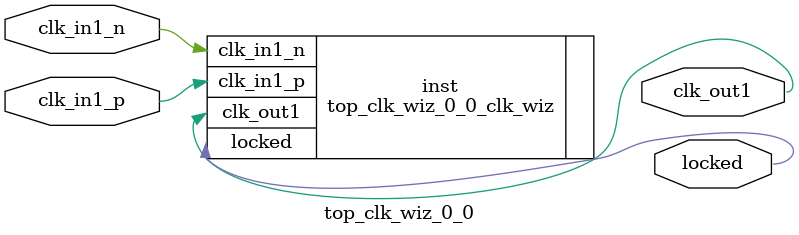
<source format=v>


`timescale 1ps/1ps

(* CORE_GENERATION_INFO = "top_clk_wiz_0_0,clk_wiz_v6_0_15_0_0,{component_name=top_clk_wiz_0_0,use_phase_alignment=true,use_min_o_jitter=true,use_max_i_jitter=false,use_dyn_phase_shift=false,use_inclk_switchover=false,use_dyn_reconfig=false,enable_axi=0,feedback_source=FDBK_AUTO,PRIMITIVE=MMCM,num_out_clk=1,clkin1_period=3.571,clkin2_period=10.0,use_power_down=false,use_reset=false,use_locked=true,use_inclk_stopped=false,feedback_type=SINGLE,CLOCK_MGR_TYPE=NA,manual_override=false}" *)

module top_clk_wiz_0_0 
 (
  // Clock out ports
  output        clk_out1,
  // Status and control signals
  output        locked,
 // Clock in ports
  input         clk_in1_p,
  input         clk_in1_n
 );

  top_clk_wiz_0_0_clk_wiz inst
  (
  // Clock out ports  
  .clk_out1(clk_out1),
  // Status and control signals               
  .locked(locked),
 // Clock in ports
  .clk_in1_p(clk_in1_p),
  .clk_in1_n(clk_in1_n)
  );

endmodule

</source>
